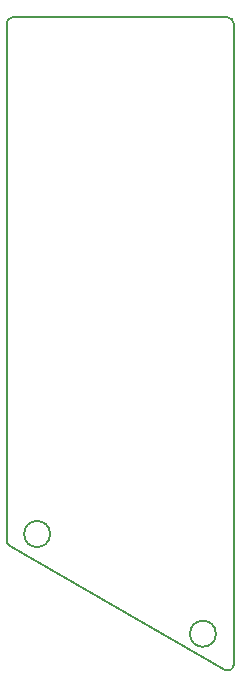
<source format=gm1>
G04 #@! TF.GenerationSoftware,KiCad,Pcbnew,8.0.8+1*
G04 #@! TF.CreationDate,2025-07-09T06:01:45+00:00*
G04 #@! TF.ProjectId,controller_overlay,636f6e74-726f-46c6-9c65-725f6f766572,0.2*
G04 #@! TF.SameCoordinates,Original*
G04 #@! TF.FileFunction,Profile,NP*
%FSLAX46Y46*%
G04 Gerber Fmt 4.6, Leading zero omitted, Abs format (unit mm)*
G04 Created by KiCad (PCBNEW 8.0.8+1) date 2025-07-09 06:01:45*
%MOMM*%
%LPD*%
G01*
G04 APERTURE LIST*
G04 #@! TA.AperFunction,Profile*
%ADD10C,0.150000*%
G04 #@! TD*
G04 APERTURE END LIST*
D10*
X202348000Y-100978153D02*
X202348000Y-57202500D01*
X202848000Y-56702500D02*
X221068000Y-56702500D01*
X221568000Y-57202500D02*
X221568000Y-111497475D01*
X220818000Y-111930487D02*
X202598000Y-101411165D01*
X202348000Y-57202500D02*
G75*
G02*
X202848000Y-56702500I500000J0D01*
G01*
X221068000Y-56702500D02*
G75*
G02*
X221568000Y-57202500I0J-500000D01*
G01*
X221568000Y-111497475D02*
G75*
G02*
X220818007Y-111930476I-500000J16D01*
G01*
X202598000Y-101411165D02*
G75*
G02*
X202348041Y-100978153I250000J432965D01*
G01*
X206027000Y-100438500D02*
G75*
G02*
X203827000Y-100438500I-1100000J0D01*
G01*
X203827000Y-100438500D02*
G75*
G02*
X206027000Y-100438500I1100000J0D01*
G01*
X220069000Y-108882500D02*
G75*
G02*
X217869000Y-108882500I-1100000J0D01*
G01*
X217869000Y-108882500D02*
G75*
G02*
X220069000Y-108882500I1100000J0D01*
G01*
M02*

</source>
